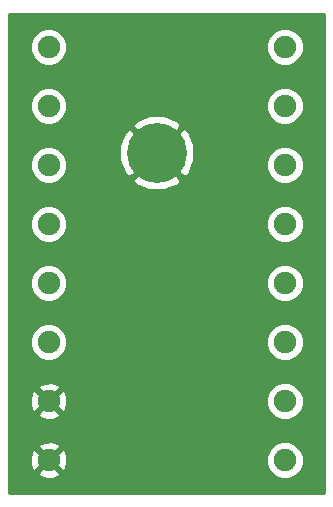
<source format=gbl>
G04 (created by PCBNEW (2013-jul-07)-stable) date Wed 04 Feb 2015 01:06:01 PM EST*
%MOIN*%
G04 Gerber Fmt 3.4, Leading zero omitted, Abs format*
%FSLAX34Y34*%
G01*
G70*
G90*
G04 APERTURE LIST*
%ADD10C,0.00590551*%
%ADD11C,0.0748031*%
%ADD12C,0.2*%
%ADD13C,0.01*%
G04 APERTURE END LIST*
G54D10*
G54D11*
X25590Y-14763D03*
X25590Y-16732D03*
X25590Y-18700D03*
X25590Y-20669D03*
X25590Y-22637D03*
X25590Y-24606D03*
X25590Y-26574D03*
X25590Y-28543D03*
X33464Y-20669D03*
X33464Y-18700D03*
X33464Y-16732D03*
X33464Y-14763D03*
X33464Y-28543D03*
X33464Y-26574D03*
X33464Y-24606D03*
X33464Y-22637D03*
G54D12*
X29200Y-18300D03*
G54D10*
G36*
X34769Y-29651D02*
X34088Y-29651D01*
X34088Y-28419D01*
X34088Y-26451D01*
X34088Y-24482D01*
X34088Y-22514D01*
X34088Y-20545D01*
X34088Y-18577D01*
X34088Y-16608D01*
X34088Y-14640D01*
X33993Y-14410D01*
X33818Y-14235D01*
X33589Y-14139D01*
X33340Y-14139D01*
X33111Y-14234D01*
X32935Y-14409D01*
X32840Y-14639D01*
X32840Y-14887D01*
X32935Y-15116D01*
X33110Y-15292D01*
X33339Y-15387D01*
X33588Y-15387D01*
X33817Y-15293D01*
X33993Y-15117D01*
X34088Y-14888D01*
X34088Y-14640D01*
X34088Y-16608D01*
X33993Y-16379D01*
X33818Y-16203D01*
X33589Y-16108D01*
X33340Y-16108D01*
X33111Y-16202D01*
X32935Y-16378D01*
X32840Y-16607D01*
X32840Y-16855D01*
X32935Y-17085D01*
X33110Y-17260D01*
X33339Y-17356D01*
X33588Y-17356D01*
X33817Y-17261D01*
X33993Y-17086D01*
X34088Y-16856D01*
X34088Y-16608D01*
X34088Y-18577D01*
X33993Y-18347D01*
X33818Y-18172D01*
X33589Y-18076D01*
X33340Y-18076D01*
X33111Y-18171D01*
X32935Y-18346D01*
X32840Y-18576D01*
X32840Y-18824D01*
X32935Y-19053D01*
X33110Y-19229D01*
X33339Y-19324D01*
X33588Y-19324D01*
X33817Y-19230D01*
X33993Y-19054D01*
X34088Y-18825D01*
X34088Y-18577D01*
X34088Y-20545D01*
X33993Y-20316D01*
X33818Y-20140D01*
X33589Y-20045D01*
X33340Y-20045D01*
X33111Y-20139D01*
X32935Y-20315D01*
X32840Y-20544D01*
X32840Y-20792D01*
X32935Y-21022D01*
X33110Y-21197D01*
X33339Y-21293D01*
X33588Y-21293D01*
X33817Y-21198D01*
X33993Y-21023D01*
X34088Y-20793D01*
X34088Y-20545D01*
X34088Y-22514D01*
X33993Y-22284D01*
X33818Y-22109D01*
X33589Y-22013D01*
X33340Y-22013D01*
X33111Y-22108D01*
X32935Y-22283D01*
X32840Y-22513D01*
X32840Y-22761D01*
X32935Y-22990D01*
X33110Y-23166D01*
X33339Y-23261D01*
X33588Y-23261D01*
X33817Y-23167D01*
X33993Y-22991D01*
X34088Y-22762D01*
X34088Y-22514D01*
X34088Y-24482D01*
X33993Y-24253D01*
X33818Y-24077D01*
X33589Y-23982D01*
X33340Y-23982D01*
X33111Y-24076D01*
X32935Y-24252D01*
X32840Y-24481D01*
X32840Y-24729D01*
X32935Y-24959D01*
X33110Y-25135D01*
X33339Y-25230D01*
X33588Y-25230D01*
X33817Y-25135D01*
X33993Y-24960D01*
X34088Y-24730D01*
X34088Y-24482D01*
X34088Y-26451D01*
X33993Y-26221D01*
X33818Y-26046D01*
X33589Y-25950D01*
X33340Y-25950D01*
X33111Y-26045D01*
X32935Y-26220D01*
X32840Y-26450D01*
X32840Y-26698D01*
X32935Y-26927D01*
X33110Y-27103D01*
X33339Y-27198D01*
X33588Y-27198D01*
X33817Y-27104D01*
X33993Y-26928D01*
X34088Y-26699D01*
X34088Y-26451D01*
X34088Y-28419D01*
X33993Y-28190D01*
X33818Y-28014D01*
X33589Y-27919D01*
X33340Y-27919D01*
X33111Y-28013D01*
X32935Y-28189D01*
X32840Y-28418D01*
X32840Y-28666D01*
X32935Y-28896D01*
X33110Y-29072D01*
X33339Y-29167D01*
X33588Y-29167D01*
X33817Y-29072D01*
X33993Y-28897D01*
X34088Y-28667D01*
X34088Y-28419D01*
X34088Y-29651D01*
X30450Y-29651D01*
X30450Y-18051D01*
X30259Y-17591D01*
X30259Y-17591D01*
X30091Y-17479D01*
X30020Y-17549D01*
X30020Y-17408D01*
X29908Y-17240D01*
X29448Y-17050D01*
X28951Y-17049D01*
X28491Y-17240D01*
X28491Y-17240D01*
X28379Y-17408D01*
X29200Y-18229D01*
X30020Y-17408D01*
X30020Y-17549D01*
X29270Y-18300D01*
X30091Y-19120D01*
X30259Y-19008D01*
X30449Y-18548D01*
X30450Y-18051D01*
X30450Y-29651D01*
X30020Y-29651D01*
X30020Y-19191D01*
X29200Y-18370D01*
X29129Y-18441D01*
X29129Y-18300D01*
X28308Y-17479D01*
X28140Y-17591D01*
X27950Y-18051D01*
X27949Y-18548D01*
X28140Y-19008D01*
X28140Y-19008D01*
X28308Y-19120D01*
X29129Y-18300D01*
X29129Y-18441D01*
X28379Y-19191D01*
X28491Y-19359D01*
X28951Y-19549D01*
X29448Y-19550D01*
X29908Y-19359D01*
X29908Y-19359D01*
X30020Y-19191D01*
X30020Y-29651D01*
X26218Y-29651D01*
X26218Y-28642D01*
X26218Y-26674D01*
X26214Y-26565D01*
X26214Y-24482D01*
X26214Y-22514D01*
X26214Y-20545D01*
X26214Y-18577D01*
X26214Y-16608D01*
X26214Y-14640D01*
X26119Y-14410D01*
X25944Y-14235D01*
X25715Y-14139D01*
X25466Y-14139D01*
X25237Y-14234D01*
X25061Y-14409D01*
X24966Y-14639D01*
X24966Y-14887D01*
X25061Y-15116D01*
X25236Y-15292D01*
X25465Y-15387D01*
X25714Y-15387D01*
X25943Y-15293D01*
X26119Y-15117D01*
X26214Y-14888D01*
X26214Y-14640D01*
X26214Y-16608D01*
X26119Y-16379D01*
X25944Y-16203D01*
X25715Y-16108D01*
X25466Y-16108D01*
X25237Y-16202D01*
X25061Y-16378D01*
X24966Y-16607D01*
X24966Y-16855D01*
X25061Y-17085D01*
X25236Y-17260D01*
X25465Y-17356D01*
X25714Y-17356D01*
X25943Y-17261D01*
X26119Y-17086D01*
X26214Y-16856D01*
X26214Y-16608D01*
X26214Y-18577D01*
X26119Y-18347D01*
X25944Y-18172D01*
X25715Y-18076D01*
X25466Y-18076D01*
X25237Y-18171D01*
X25061Y-18346D01*
X24966Y-18576D01*
X24966Y-18824D01*
X25061Y-19053D01*
X25236Y-19229D01*
X25465Y-19324D01*
X25714Y-19324D01*
X25943Y-19230D01*
X26119Y-19054D01*
X26214Y-18825D01*
X26214Y-18577D01*
X26214Y-20545D01*
X26119Y-20316D01*
X25944Y-20140D01*
X25715Y-20045D01*
X25466Y-20045D01*
X25237Y-20139D01*
X25061Y-20315D01*
X24966Y-20544D01*
X24966Y-20792D01*
X25061Y-21022D01*
X25236Y-21197D01*
X25465Y-21293D01*
X25714Y-21293D01*
X25943Y-21198D01*
X26119Y-21023D01*
X26214Y-20793D01*
X26214Y-20545D01*
X26214Y-22514D01*
X26119Y-22284D01*
X25944Y-22109D01*
X25715Y-22013D01*
X25466Y-22013D01*
X25237Y-22108D01*
X25061Y-22283D01*
X24966Y-22513D01*
X24966Y-22761D01*
X25061Y-22990D01*
X25236Y-23166D01*
X25465Y-23261D01*
X25714Y-23261D01*
X25943Y-23167D01*
X26119Y-22991D01*
X26214Y-22762D01*
X26214Y-22514D01*
X26214Y-24482D01*
X26119Y-24253D01*
X25944Y-24077D01*
X25715Y-23982D01*
X25466Y-23982D01*
X25237Y-24076D01*
X25061Y-24252D01*
X24966Y-24481D01*
X24966Y-24729D01*
X25061Y-24959D01*
X25236Y-25135D01*
X25465Y-25230D01*
X25714Y-25230D01*
X25943Y-25135D01*
X26119Y-24960D01*
X26214Y-24730D01*
X26214Y-24482D01*
X26214Y-26565D01*
X26209Y-26426D01*
X26133Y-26242D01*
X26030Y-26206D01*
X25959Y-26276D01*
X25959Y-26135D01*
X25922Y-26032D01*
X25690Y-25946D01*
X25441Y-25956D01*
X25258Y-26032D01*
X25221Y-26135D01*
X25590Y-26504D01*
X25959Y-26135D01*
X25959Y-26276D01*
X25661Y-26574D01*
X26030Y-26943D01*
X26133Y-26907D01*
X26218Y-26674D01*
X26218Y-28642D01*
X26209Y-28394D01*
X26133Y-28210D01*
X26030Y-28174D01*
X25959Y-28245D01*
X25959Y-28103D01*
X25959Y-27014D01*
X25590Y-26645D01*
X25519Y-26716D01*
X25519Y-26574D01*
X25151Y-26206D01*
X25048Y-26242D01*
X24962Y-26475D01*
X24971Y-26723D01*
X25048Y-26907D01*
X25151Y-26943D01*
X25519Y-26574D01*
X25519Y-26716D01*
X25221Y-27014D01*
X25258Y-27117D01*
X25491Y-27203D01*
X25739Y-27193D01*
X25922Y-27117D01*
X25959Y-27014D01*
X25959Y-28103D01*
X25922Y-28000D01*
X25690Y-27914D01*
X25441Y-27924D01*
X25258Y-28000D01*
X25221Y-28103D01*
X25590Y-28472D01*
X25959Y-28103D01*
X25959Y-28245D01*
X25661Y-28543D01*
X26030Y-28912D01*
X26133Y-28875D01*
X26218Y-28642D01*
X26218Y-29651D01*
X25959Y-29651D01*
X25959Y-28982D01*
X25590Y-28614D01*
X25519Y-28684D01*
X25519Y-28543D01*
X25151Y-28174D01*
X25048Y-28210D01*
X24962Y-28443D01*
X24971Y-28691D01*
X25048Y-28875D01*
X25151Y-28912D01*
X25519Y-28543D01*
X25519Y-28684D01*
X25221Y-28982D01*
X25258Y-29085D01*
X25491Y-29171D01*
X25739Y-29161D01*
X25922Y-29085D01*
X25959Y-28982D01*
X25959Y-29651D01*
X24285Y-29651D01*
X24285Y-29527D01*
X24285Y-13655D01*
X34769Y-13655D01*
X34769Y-29651D01*
X34769Y-29651D01*
G37*
G54D13*
X34769Y-29651D02*
X34088Y-29651D01*
X34088Y-28419D01*
X34088Y-26451D01*
X34088Y-24482D01*
X34088Y-22514D01*
X34088Y-20545D01*
X34088Y-18577D01*
X34088Y-16608D01*
X34088Y-14640D01*
X33993Y-14410D01*
X33818Y-14235D01*
X33589Y-14139D01*
X33340Y-14139D01*
X33111Y-14234D01*
X32935Y-14409D01*
X32840Y-14639D01*
X32840Y-14887D01*
X32935Y-15116D01*
X33110Y-15292D01*
X33339Y-15387D01*
X33588Y-15387D01*
X33817Y-15293D01*
X33993Y-15117D01*
X34088Y-14888D01*
X34088Y-14640D01*
X34088Y-16608D01*
X33993Y-16379D01*
X33818Y-16203D01*
X33589Y-16108D01*
X33340Y-16108D01*
X33111Y-16202D01*
X32935Y-16378D01*
X32840Y-16607D01*
X32840Y-16855D01*
X32935Y-17085D01*
X33110Y-17260D01*
X33339Y-17356D01*
X33588Y-17356D01*
X33817Y-17261D01*
X33993Y-17086D01*
X34088Y-16856D01*
X34088Y-16608D01*
X34088Y-18577D01*
X33993Y-18347D01*
X33818Y-18172D01*
X33589Y-18076D01*
X33340Y-18076D01*
X33111Y-18171D01*
X32935Y-18346D01*
X32840Y-18576D01*
X32840Y-18824D01*
X32935Y-19053D01*
X33110Y-19229D01*
X33339Y-19324D01*
X33588Y-19324D01*
X33817Y-19230D01*
X33993Y-19054D01*
X34088Y-18825D01*
X34088Y-18577D01*
X34088Y-20545D01*
X33993Y-20316D01*
X33818Y-20140D01*
X33589Y-20045D01*
X33340Y-20045D01*
X33111Y-20139D01*
X32935Y-20315D01*
X32840Y-20544D01*
X32840Y-20792D01*
X32935Y-21022D01*
X33110Y-21197D01*
X33339Y-21293D01*
X33588Y-21293D01*
X33817Y-21198D01*
X33993Y-21023D01*
X34088Y-20793D01*
X34088Y-20545D01*
X34088Y-22514D01*
X33993Y-22284D01*
X33818Y-22109D01*
X33589Y-22013D01*
X33340Y-22013D01*
X33111Y-22108D01*
X32935Y-22283D01*
X32840Y-22513D01*
X32840Y-22761D01*
X32935Y-22990D01*
X33110Y-23166D01*
X33339Y-23261D01*
X33588Y-23261D01*
X33817Y-23167D01*
X33993Y-22991D01*
X34088Y-22762D01*
X34088Y-22514D01*
X34088Y-24482D01*
X33993Y-24253D01*
X33818Y-24077D01*
X33589Y-23982D01*
X33340Y-23982D01*
X33111Y-24076D01*
X32935Y-24252D01*
X32840Y-24481D01*
X32840Y-24729D01*
X32935Y-24959D01*
X33110Y-25135D01*
X33339Y-25230D01*
X33588Y-25230D01*
X33817Y-25135D01*
X33993Y-24960D01*
X34088Y-24730D01*
X34088Y-24482D01*
X34088Y-26451D01*
X33993Y-26221D01*
X33818Y-26046D01*
X33589Y-25950D01*
X33340Y-25950D01*
X33111Y-26045D01*
X32935Y-26220D01*
X32840Y-26450D01*
X32840Y-26698D01*
X32935Y-26927D01*
X33110Y-27103D01*
X33339Y-27198D01*
X33588Y-27198D01*
X33817Y-27104D01*
X33993Y-26928D01*
X34088Y-26699D01*
X34088Y-26451D01*
X34088Y-28419D01*
X33993Y-28190D01*
X33818Y-28014D01*
X33589Y-27919D01*
X33340Y-27919D01*
X33111Y-28013D01*
X32935Y-28189D01*
X32840Y-28418D01*
X32840Y-28666D01*
X32935Y-28896D01*
X33110Y-29072D01*
X33339Y-29167D01*
X33588Y-29167D01*
X33817Y-29072D01*
X33993Y-28897D01*
X34088Y-28667D01*
X34088Y-28419D01*
X34088Y-29651D01*
X30450Y-29651D01*
X30450Y-18051D01*
X30259Y-17591D01*
X30259Y-17591D01*
X30091Y-17479D01*
X30020Y-17549D01*
X30020Y-17408D01*
X29908Y-17240D01*
X29448Y-17050D01*
X28951Y-17049D01*
X28491Y-17240D01*
X28491Y-17240D01*
X28379Y-17408D01*
X29200Y-18229D01*
X30020Y-17408D01*
X30020Y-17549D01*
X29270Y-18300D01*
X30091Y-19120D01*
X30259Y-19008D01*
X30449Y-18548D01*
X30450Y-18051D01*
X30450Y-29651D01*
X30020Y-29651D01*
X30020Y-19191D01*
X29200Y-18370D01*
X29129Y-18441D01*
X29129Y-18300D01*
X28308Y-17479D01*
X28140Y-17591D01*
X27950Y-18051D01*
X27949Y-18548D01*
X28140Y-19008D01*
X28140Y-19008D01*
X28308Y-19120D01*
X29129Y-18300D01*
X29129Y-18441D01*
X28379Y-19191D01*
X28491Y-19359D01*
X28951Y-19549D01*
X29448Y-19550D01*
X29908Y-19359D01*
X29908Y-19359D01*
X30020Y-19191D01*
X30020Y-29651D01*
X26218Y-29651D01*
X26218Y-28642D01*
X26218Y-26674D01*
X26214Y-26565D01*
X26214Y-24482D01*
X26214Y-22514D01*
X26214Y-20545D01*
X26214Y-18577D01*
X26214Y-16608D01*
X26214Y-14640D01*
X26119Y-14410D01*
X25944Y-14235D01*
X25715Y-14139D01*
X25466Y-14139D01*
X25237Y-14234D01*
X25061Y-14409D01*
X24966Y-14639D01*
X24966Y-14887D01*
X25061Y-15116D01*
X25236Y-15292D01*
X25465Y-15387D01*
X25714Y-15387D01*
X25943Y-15293D01*
X26119Y-15117D01*
X26214Y-14888D01*
X26214Y-14640D01*
X26214Y-16608D01*
X26119Y-16379D01*
X25944Y-16203D01*
X25715Y-16108D01*
X25466Y-16108D01*
X25237Y-16202D01*
X25061Y-16378D01*
X24966Y-16607D01*
X24966Y-16855D01*
X25061Y-17085D01*
X25236Y-17260D01*
X25465Y-17356D01*
X25714Y-17356D01*
X25943Y-17261D01*
X26119Y-17086D01*
X26214Y-16856D01*
X26214Y-16608D01*
X26214Y-18577D01*
X26119Y-18347D01*
X25944Y-18172D01*
X25715Y-18076D01*
X25466Y-18076D01*
X25237Y-18171D01*
X25061Y-18346D01*
X24966Y-18576D01*
X24966Y-18824D01*
X25061Y-19053D01*
X25236Y-19229D01*
X25465Y-19324D01*
X25714Y-19324D01*
X25943Y-19230D01*
X26119Y-19054D01*
X26214Y-18825D01*
X26214Y-18577D01*
X26214Y-20545D01*
X26119Y-20316D01*
X25944Y-20140D01*
X25715Y-20045D01*
X25466Y-20045D01*
X25237Y-20139D01*
X25061Y-20315D01*
X24966Y-20544D01*
X24966Y-20792D01*
X25061Y-21022D01*
X25236Y-21197D01*
X25465Y-21293D01*
X25714Y-21293D01*
X25943Y-21198D01*
X26119Y-21023D01*
X26214Y-20793D01*
X26214Y-20545D01*
X26214Y-22514D01*
X26119Y-22284D01*
X25944Y-22109D01*
X25715Y-22013D01*
X25466Y-22013D01*
X25237Y-22108D01*
X25061Y-22283D01*
X24966Y-22513D01*
X24966Y-22761D01*
X25061Y-22990D01*
X25236Y-23166D01*
X25465Y-23261D01*
X25714Y-23261D01*
X25943Y-23167D01*
X26119Y-22991D01*
X26214Y-22762D01*
X26214Y-22514D01*
X26214Y-24482D01*
X26119Y-24253D01*
X25944Y-24077D01*
X25715Y-23982D01*
X25466Y-23982D01*
X25237Y-24076D01*
X25061Y-24252D01*
X24966Y-24481D01*
X24966Y-24729D01*
X25061Y-24959D01*
X25236Y-25135D01*
X25465Y-25230D01*
X25714Y-25230D01*
X25943Y-25135D01*
X26119Y-24960D01*
X26214Y-24730D01*
X26214Y-24482D01*
X26214Y-26565D01*
X26209Y-26426D01*
X26133Y-26242D01*
X26030Y-26206D01*
X25959Y-26276D01*
X25959Y-26135D01*
X25922Y-26032D01*
X25690Y-25946D01*
X25441Y-25956D01*
X25258Y-26032D01*
X25221Y-26135D01*
X25590Y-26504D01*
X25959Y-26135D01*
X25959Y-26276D01*
X25661Y-26574D01*
X26030Y-26943D01*
X26133Y-26907D01*
X26218Y-26674D01*
X26218Y-28642D01*
X26209Y-28394D01*
X26133Y-28210D01*
X26030Y-28174D01*
X25959Y-28245D01*
X25959Y-28103D01*
X25959Y-27014D01*
X25590Y-26645D01*
X25519Y-26716D01*
X25519Y-26574D01*
X25151Y-26206D01*
X25048Y-26242D01*
X24962Y-26475D01*
X24971Y-26723D01*
X25048Y-26907D01*
X25151Y-26943D01*
X25519Y-26574D01*
X25519Y-26716D01*
X25221Y-27014D01*
X25258Y-27117D01*
X25491Y-27203D01*
X25739Y-27193D01*
X25922Y-27117D01*
X25959Y-27014D01*
X25959Y-28103D01*
X25922Y-28000D01*
X25690Y-27914D01*
X25441Y-27924D01*
X25258Y-28000D01*
X25221Y-28103D01*
X25590Y-28472D01*
X25959Y-28103D01*
X25959Y-28245D01*
X25661Y-28543D01*
X26030Y-28912D01*
X26133Y-28875D01*
X26218Y-28642D01*
X26218Y-29651D01*
X25959Y-29651D01*
X25959Y-28982D01*
X25590Y-28614D01*
X25519Y-28684D01*
X25519Y-28543D01*
X25151Y-28174D01*
X25048Y-28210D01*
X24962Y-28443D01*
X24971Y-28691D01*
X25048Y-28875D01*
X25151Y-28912D01*
X25519Y-28543D01*
X25519Y-28684D01*
X25221Y-28982D01*
X25258Y-29085D01*
X25491Y-29171D01*
X25739Y-29161D01*
X25922Y-29085D01*
X25959Y-28982D01*
X25959Y-29651D01*
X24285Y-29651D01*
X24285Y-29527D01*
X24285Y-13655D01*
X34769Y-13655D01*
X34769Y-29651D01*
M02*

</source>
